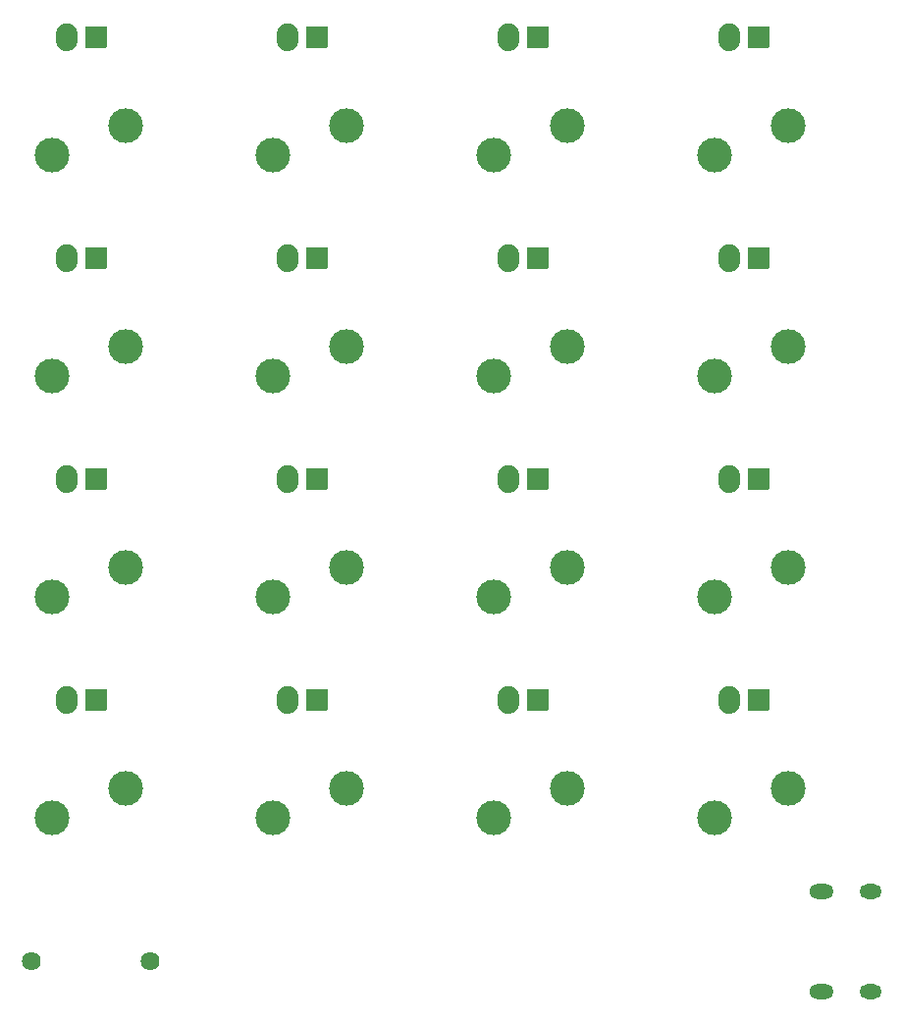
<source format=gts>
G04 Layer: TopSolderMaskLayer*
G04 EasyEDA v6.5.42, 2024-04-23 01:25:34*
G04 37435acb23be492c925ee77293ce4e4e,2f8dee597c2d402b932a0ab9ce23454b,10*
G04 Gerber Generator version 0.2*
G04 Scale: 100 percent, Rotated: No, Reflected: No *
G04 Dimensions in millimeters *
G04 leading zeros omitted , absolute positions ,4 integer and 5 decimal *
%FSLAX45Y45*%
%MOMM*%

%AMMACRO1*1,1,$1,$2,$3*1,1,$1,$4,$5*1,1,$1,0-$2,0-$3*1,1,$1,0-$4,0-$5*20,1,$1,$2,$3,$4,$5,0*20,1,$1,$4,$5,0-$2,0-$3,0*20,1,$1,0-$2,0-$3,0-$4,0-$5,0*20,1,$1,0-$4,0-$5,$2,$3,0*4,1,4,$2,$3,$4,$5,0-$2,0-$3,0-$4,0-$5,$2,$3,0*%
%ADD10C,2.9972*%
%ADD11O,1.8796000000000002X2.3876*%
%ADD12MACRO1,0.1016X0.889X-0.889X-0.889X-0.889*%
%ADD13O,1.9015964X1.3015976000000002*%
%ADD14O,2.1015960000000002X1.3015976000000002*%
%ADD15C,1.6256*%

%LPD*%
D10*
G01*
X7048500Y-6921500D03*
G01*
X6413500Y-7175500D03*
D11*
G01*
X6540500Y-6159500D03*
D12*
G01*
X6794500Y-6159487D03*
D10*
G01*
X1333500Y-3111500D03*
G01*
X698500Y-3365500D03*
D11*
G01*
X825500Y-2349500D03*
D12*
G01*
X1079497Y-2349494D03*
D10*
G01*
X3238500Y-3111500D03*
G01*
X2603500Y-3365500D03*
D11*
G01*
X2730500Y-2349500D03*
D12*
G01*
X2984494Y-2349494D03*
D10*
G01*
X5143500Y-3111500D03*
G01*
X4508500Y-3365500D03*
D11*
G01*
X4635500Y-2349500D03*
D12*
G01*
X4889489Y-2349494D03*
D10*
G01*
X7048500Y-3111500D03*
G01*
X6413500Y-3365500D03*
D11*
G01*
X6540500Y-2349500D03*
D12*
G01*
X6794487Y-2349494D03*
D10*
G01*
X1333500Y-1206500D03*
G01*
X698500Y-1460500D03*
D11*
G01*
X825500Y-444500D03*
D12*
G01*
X1079497Y-444497D03*
D10*
G01*
X3238500Y-1206500D03*
G01*
X2603500Y-1460500D03*
D11*
G01*
X2730500Y-444500D03*
D12*
G01*
X2984494Y-444497D03*
D10*
G01*
X5143500Y-1206500D03*
G01*
X4508500Y-1460500D03*
D11*
G01*
X4635500Y-444500D03*
D12*
G01*
X4889500Y-444500D03*
D10*
G01*
X7048500Y-1206500D03*
G01*
X6413500Y-1460500D03*
D11*
G01*
X6540500Y-444500D03*
D12*
G01*
X6794487Y-444497D03*
D10*
G01*
X1333500Y-5016500D03*
G01*
X698500Y-5270500D03*
D11*
G01*
X825500Y-4254500D03*
D12*
G01*
X1079497Y-4254489D03*
D10*
G01*
X3238500Y-5016500D03*
G01*
X2603500Y-5270500D03*
D11*
G01*
X2730500Y-4254500D03*
D12*
G01*
X2984494Y-4254489D03*
D10*
G01*
X5143500Y-5016500D03*
G01*
X4508500Y-5270500D03*
D11*
G01*
X4635500Y-4254500D03*
D12*
G01*
X4889489Y-4254489D03*
D10*
G01*
X7048500Y-5016500D03*
G01*
X6413500Y-5270500D03*
D11*
G01*
X6540500Y-4254500D03*
D12*
G01*
X6794487Y-4254489D03*
D10*
G01*
X1333500Y-6921500D03*
G01*
X698500Y-7175500D03*
D11*
G01*
X825500Y-6159500D03*
D12*
G01*
X1079497Y-6159487D03*
D10*
G01*
X3238500Y-6921500D03*
G01*
X2603500Y-7175500D03*
D11*
G01*
X2730500Y-6159500D03*
D12*
G01*
X2984494Y-6159487D03*
D10*
G01*
X5143500Y-6921500D03*
G01*
X4508500Y-7175500D03*
D11*
G01*
X4635500Y-6159500D03*
D12*
G01*
X4889489Y-6159487D03*
D13*
G01*
X7753095Y-8674811D03*
D14*
G01*
X7335113Y-8674811D03*
G01*
X7335113Y-7809788D03*
D13*
G01*
X7753095Y-7809788D03*
D15*
G01*
X1543710Y-8407400D03*
G01*
X513689Y-8407400D03*
M02*

</source>
